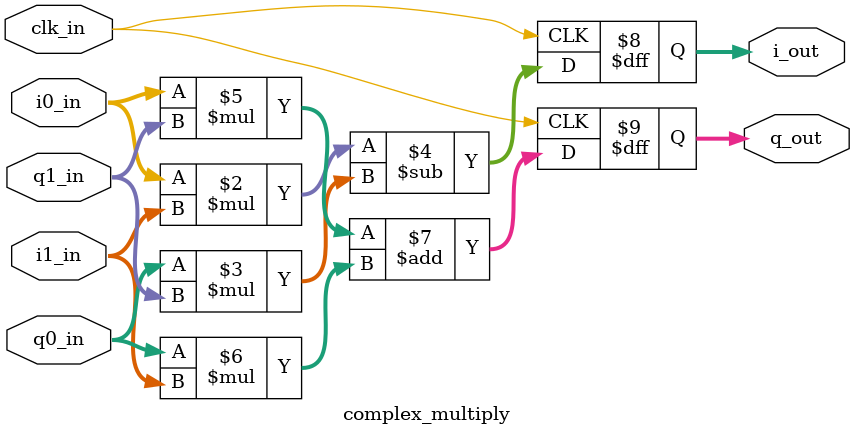
<source format=sv>
`timescale 1ns / 1ps
`default_nettype none

/*
 * Module `complex_multiply`
 *
 * A module that multiplies two complex numbers.
 */
module complex_multiply #(
    parameter integer DATA_WIDTH = 16
) (
    input wire clk_in,

    input wire signed [DATA_WIDTH-1:0] i0_in, q0_in, i1_in, q1_in,
    output logic signed [2*DATA_WIDTH-1:0] i_out, q_out
);

    always_ff @(posedge clk_in) begin
        i_out <= i0_in * i1_in - q0_in * q1_in;
        q_out <= i0_in * q1_in + q0_in * i1_in;
    end

endmodule

`default_nettype wire

</source>
